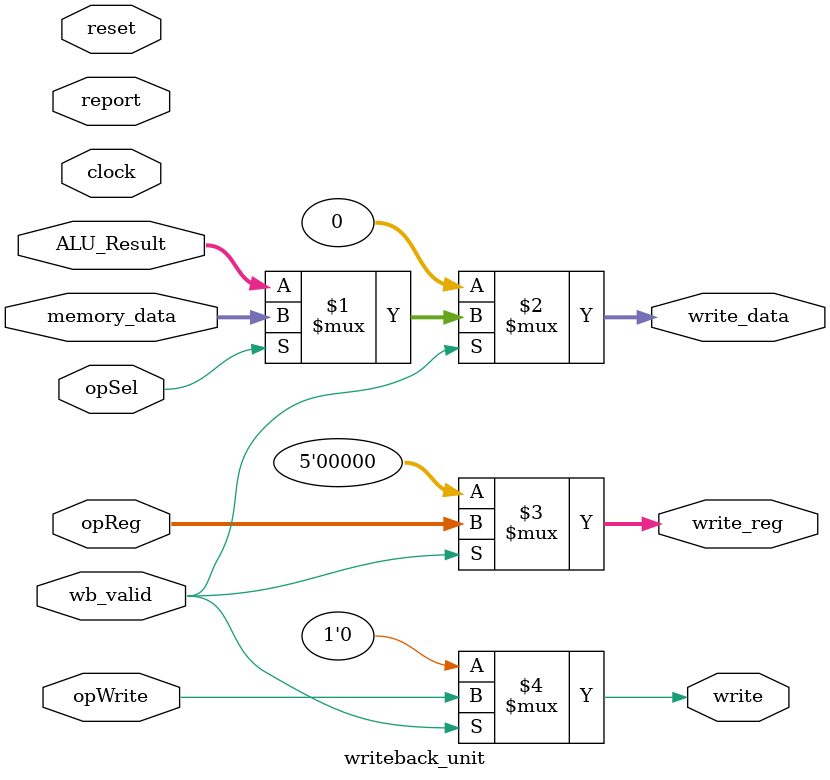
<source format=v>
/** @module : writeback
 *  @author : Adaptive & Secure Computing Systems (ASCS) Laboratory
 
 *  Copyright (c) 2018 BRISC-V (ASCS/ECE/BU)
 *  Permission is hereby granted, free of charge, to any person obtaining a copy
 *  of this software and associated documentation files (the "Software"), to deal
 *  in the Software without restriction, including without limitation the rights
 *  to use, copy, modify, merge, publish, distribute, sublicense, and/or sell
 *  copies of the Software, and to permit persons to whom the Software is
 *  furnished to do so, subject to the following conditions:
 *  The above copyright notice and this permission notice shall be included in
 *  all copies or substantial portions of the Software.

 *  THE SOFTWARE IS PROVIDED "AS IS", WITHOUT WARRANTY OF ANY KIND, EXPRESS OR
 *  IMPLIED, INCLUDING BUT NOT LIMITED TO THE WARRANTIES OF MERCHANTABILITY,
 *  FITNESS FOR A PARTICULAR PURPOSE AND NONINFRINGEMENT. IN NO EVENT SHALL THE
 *  AUTHORS OR COPYRIGHT HOLDERS BE LIABLE FOR ANY CLAIM, DAMAGES OR OTHER
 *  LIABILITY, WHETHER IN AN ACTION OF CONTRACT, TORT OR OTHERWISE, ARISING FROM,
 *  OUT OF OR IN CONNECTION WITH THE SOFTWARE OR THE USE OR OTHER DEALINGS IN
 *  THE SOFTWARE.
 */
module writeback_unit #(
  parameter CORE = 0,
  parameter DATA_WIDTH = 32,
  parameter PRINT_CYCLES_MIN = 1,
  parameter PRINT_CYCLES_MAX = 1000
) (
  input clock,
  input reset,
  input wb_valid,
  input opWrite,
  input opSel,
  input [4:0] opReg,
  input [DATA_WIDTH-1:0] ALU_Result,
  input [DATA_WIDTH-1:0] memory_data,

  output write,
  output [4:0] write_reg,
  output [DATA_WIDTH-1:0] write_data,

  input report

);

assign write_data = wb_valid ? opSel ? memory_data : ALU_Result : 0;
assign write_reg  = wb_valid ? opReg : 5'd0;
assign write      = wb_valid ? opWrite : 1'b0;

reg [31: 0] cycles;
always @ (posedge clock) begin
  cycles <= reset? 0 : cycles + 1;
  //if (report & ((cycles >=  PRINT_CYCLES_MIN) & (cycles < PRINT_CYCLES_MAX +1)))begin
  if (report)begin
    $display ("------ Core %d Writeback Unit - Current Cycle %d ----", CORE, cycles);
    $display ("| opSel       [%b]", opSel);
    $display ("| opReg       [%b]", opReg);
    $display ("| ALU_Result  [%d]", ALU_Result);
    $display ("| Memory_data [%d]", memory_data);
    $display ("| write       [%b]", write);
    $display ("| write_reg   [%d]", write_reg);
    $display ("| write_data  [%d]", write_data);
    $display ("----------------------------------------------------------------------");
  end
end

endmodule


</source>
